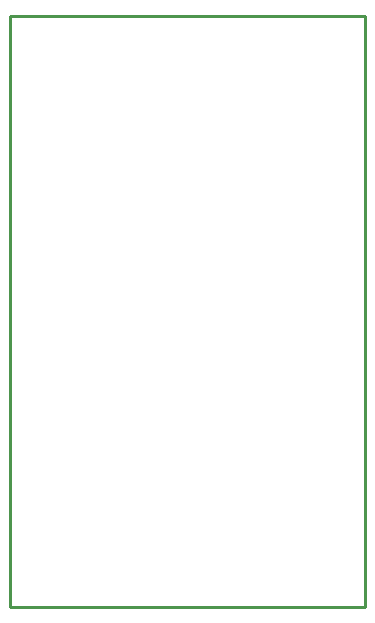
<source format=gbr>
G04 #@! TF.FileFunction,Profile,NP*
%FSLAX46Y46*%
G04 Gerber Fmt 4.6, Leading zero omitted, Abs format (unit mm)*
G04 Created by KiCad (PCBNEW 4.0.1-3.201512221401+6198~38~ubuntu15.10.1-stable) date Thu 31 Mar 2016 12:50:45 PM EEST*
%MOMM*%
G01*
G04 APERTURE LIST*
%ADD10C,0.100000*%
%ADD11C,0.254000*%
G04 APERTURE END LIST*
D10*
D11*
X125000000Y-120000000D02*
X125000000Y-70000000D01*
X155000000Y-120000000D02*
X125000000Y-120000000D01*
X155000000Y-70000000D02*
X155000000Y-120000000D01*
X125000000Y-70000000D02*
X155000000Y-70000000D01*
M02*

</source>
